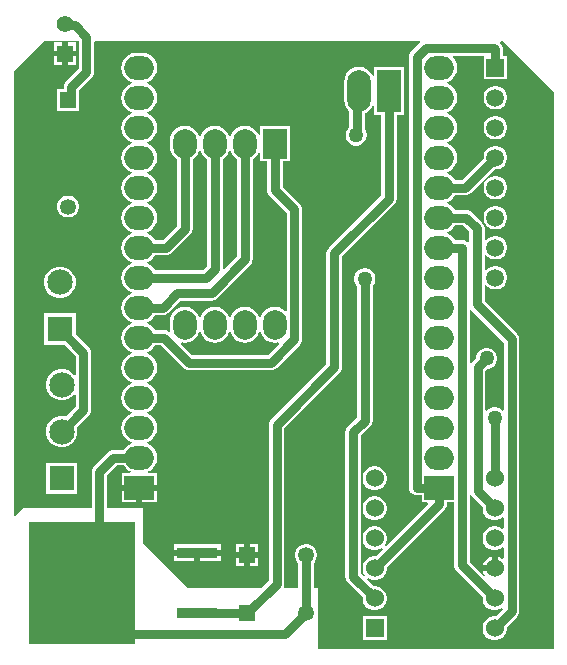
<source format=gbr>
G04*
G04 #@! TF.GenerationSoftware,Altium Limited,Altium Designer,25.0.2 (28)*
G04*
G04 Layer_Physical_Order=1*
G04 Layer_Color=255*
%FSLAX44Y44*%
%MOMM*%
G71*
G04*
G04 #@! TF.SameCoordinates,4711C13A-52D9-45D7-B3A0-D515BE669C82*
G04*
G04*
G04 #@! TF.FilePolarity,Positive*
G04*
G01*
G75*
%ADD14O,2.0000X3.5400*%
%ADD15R,2.0000X3.5400*%
%ADD16R,9.0000X10.3500*%
%ADD17R,3.5000X0.9500*%
%ADD38C,0.8000*%
%ADD39O,2.5000X2.0000*%
%ADD40R,2.5000X2.0000*%
%ADD41C,2.1500*%
%ADD42R,2.1500X2.1500*%
%ADD43C,1.5240*%
%ADD44R,1.5240X1.5240*%
%ADD45O,2.0000X2.5000*%
%ADD46R,2.0000X2.5000*%
%ADD47R,1.3500X1.3500*%
%ADD48C,1.3500*%
%ADD49C,1.5000*%
%ADD50R,1.5000X1.5000*%
%ADD51C,1.4000*%
%ADD52R,1.4000X1.4000*%
%ADD53R,1.3500X1.3500*%
%ADD54C,1.2700*%
G36*
X1183648Y1191924D02*
Y1183275D01*
X1182378Y1182844D01*
X1182208Y1183064D01*
X1180842Y1184113D01*
X1179251Y1184772D01*
X1177544Y1184996D01*
X1171745D01*
X1169944Y1187344D01*
X1167324Y1189354D01*
X1164768Y1190413D01*
Y1191787D01*
X1167324Y1192846D01*
X1169944Y1194856D01*
X1171745Y1197204D01*
X1178368D01*
X1183648Y1191924D01*
D02*
G37*
G36*
X982896Y1257676D02*
X984906Y1255056D01*
X987254Y1253255D01*
Y1171132D01*
X976317Y1160195D01*
X975047Y1160721D01*
Y1253255D01*
X977394Y1255056D01*
X979404Y1257676D01*
X980463Y1260232D01*
X981837D01*
X982896Y1257676D01*
D02*
G37*
G36*
X957496D02*
X959507Y1255056D01*
X961854Y1253255D01*
Y1162793D01*
X958658Y1159596D01*
X917745D01*
X915944Y1161944D01*
X913324Y1163954D01*
X910768Y1165013D01*
Y1166387D01*
X913324Y1167446D01*
X915944Y1169456D01*
X917745Y1171804D01*
X927100D01*
X928807Y1172028D01*
X930398Y1172687D01*
X931764Y1173736D01*
X947715Y1189686D01*
X948763Y1191052D01*
X949422Y1192643D01*
X949647Y1194350D01*
Y1253255D01*
X951994Y1255056D01*
X954004Y1257676D01*
X955063Y1260232D01*
X956438D01*
X957496Y1257676D01*
D02*
G37*
G36*
X1006710Y1258959D02*
Y1251460D01*
X1012654D01*
Y1227380D01*
X1012878Y1225673D01*
X1013538Y1224082D01*
X1014586Y1222715D01*
X1029216Y1208086D01*
Y1125121D01*
X1027946Y1124734D01*
X1025574Y1126554D01*
X1022524Y1127817D01*
X1019250Y1128248D01*
X1015977Y1127817D01*
X1012926Y1126554D01*
X1010306Y1124544D01*
X1008297Y1121924D01*
X1007237Y1119368D01*
X1005863D01*
X1004804Y1121924D01*
X1002794Y1124544D01*
X1000174Y1126554D01*
X997124Y1127817D01*
X993850Y1128248D01*
X990577Y1127817D01*
X987526Y1126554D01*
X984906Y1124544D01*
X982896Y1121924D01*
X981837Y1119368D01*
X980463D01*
X979404Y1121924D01*
X977394Y1124544D01*
X974774Y1126554D01*
X971724Y1127817D01*
X968450Y1128248D01*
X965177Y1127817D01*
X962126Y1126554D01*
X959507Y1124544D01*
X957496Y1121924D01*
X956438Y1119368D01*
X955063D01*
X954004Y1121924D01*
X951994Y1124544D01*
X949374Y1126554D01*
X946324Y1127817D01*
X943050Y1128248D01*
X939777Y1127817D01*
X936726Y1126554D01*
X934107Y1124544D01*
X932096Y1121924D01*
X930833Y1118874D01*
X930402Y1115600D01*
Y1110600D01*
X930775Y1107769D01*
X930545Y1107533D01*
X929628Y1107067D01*
X928526Y1107913D01*
X926935Y1108572D01*
X925228Y1108796D01*
X917745D01*
X915944Y1111144D01*
X913324Y1113154D01*
X910768Y1114213D01*
Y1115587D01*
X913324Y1116646D01*
X915944Y1118656D01*
X917745Y1121003D01*
X924146D01*
X925853Y1121228D01*
X927444Y1121887D01*
X928810Y1122936D01*
X939484Y1133610D01*
X965656D01*
X967364Y1133834D01*
X968954Y1134493D01*
X970321Y1135542D01*
X998515Y1163736D01*
X999563Y1165102D01*
X1000222Y1166693D01*
X1000447Y1168400D01*
Y1253255D01*
X1002794Y1255056D01*
X1004804Y1257676D01*
X1005440Y1259212D01*
X1006710Y1258959D01*
D02*
G37*
G36*
X957496Y1104276D02*
X959507Y1101656D01*
X962126Y1099647D01*
X965177Y1098383D01*
X968450Y1097952D01*
X971724Y1098383D01*
X974774Y1099647D01*
X977394Y1101656D01*
X979404Y1104276D01*
X980463Y1106833D01*
X981837D01*
X982896Y1104276D01*
X984906Y1101656D01*
X987526Y1099647D01*
X990577Y1098383D01*
X993850Y1097952D01*
X997124Y1098383D01*
X1000174Y1099647D01*
X1002794Y1101656D01*
X1004804Y1104276D01*
X1005863Y1106833D01*
X1007237D01*
X1008297Y1104276D01*
X1010306Y1101656D01*
X1012926Y1099647D01*
X1015977Y1098383D01*
X1019250Y1097952D01*
X1022190Y1098339D01*
X1022882Y1097235D01*
X1013268Y1087620D01*
X949136D01*
X939636Y1097120D01*
X940229Y1098323D01*
X943050Y1097952D01*
X946324Y1098383D01*
X949374Y1099647D01*
X951994Y1101656D01*
X954004Y1104276D01*
X955063Y1106833D01*
X956438D01*
X957496Y1104276D01*
D02*
G37*
G36*
X1185580Y1125636D02*
X1213112Y1098104D01*
Y1041029D01*
X1211842Y1040503D01*
X1210808Y1041536D01*
X1208781Y1042706D01*
X1206520Y1043312D01*
X1204180D01*
X1201918Y1042706D01*
X1199891Y1041536D01*
X1198872Y1040517D01*
X1197602Y1041043D01*
Y1074228D01*
X1199065Y1075690D01*
X1199796D01*
X1202057Y1076296D01*
X1204085Y1077466D01*
X1205740Y1079121D01*
X1206910Y1081149D01*
X1207516Y1083410D01*
Y1085750D01*
X1206910Y1088011D01*
X1205740Y1090039D01*
X1204085Y1091694D01*
X1202057Y1092864D01*
X1199796Y1093470D01*
X1197456D01*
X1195195Y1092864D01*
X1193167Y1091694D01*
X1191512Y1090039D01*
X1190342Y1088011D01*
X1189736Y1085750D01*
Y1085019D01*
X1186342Y1081624D01*
X1185410Y1080411D01*
X1184870Y1080444D01*
X1184140Y1080765D01*
Y1125425D01*
X1185410Y1125856D01*
X1185580Y1125636D01*
D02*
G37*
G36*
X1186342Y967530D02*
X1195190Y958681D01*
Y956512D01*
X1195882Y953928D01*
X1197220Y951612D01*
X1199111Y949720D01*
X1201428Y948382D01*
X1204012Y947690D01*
X1206687D01*
X1209271Y948382D01*
X1211588Y949720D01*
X1211938Y950070D01*
X1213112Y949584D01*
Y940716D01*
X1211938Y940230D01*
X1211588Y940580D01*
X1209271Y941918D01*
X1206687Y942610D01*
X1204012D01*
X1201428Y941918D01*
X1199111Y940580D01*
X1197220Y938688D01*
X1195882Y936372D01*
X1195190Y933788D01*
Y931112D01*
X1195882Y928528D01*
X1197220Y926212D01*
X1199111Y924320D01*
X1201428Y922982D01*
X1204012Y922290D01*
X1206687D01*
X1209271Y922982D01*
X1211588Y924320D01*
X1211938Y924670D01*
X1213112Y924184D01*
Y915316D01*
X1211938Y914830D01*
X1211588Y915180D01*
X1209271Y916518D01*
X1207850Y916898D01*
Y907050D01*
X1205350D01*
Y904550D01*
X1195501D01*
X1195882Y903128D01*
X1197092Y901033D01*
X1196076Y900253D01*
X1184140Y912188D01*
Y968390D01*
X1184870Y968710D01*
X1185410Y968743D01*
X1186342Y967530D01*
D02*
G37*
G36*
X853154Y1353693D02*
Y1329982D01*
X842336Y1319165D01*
X841288Y1317798D01*
X840629Y1316207D01*
X840404Y1314500D01*
Y1312540D01*
X834960D01*
Y1293960D01*
X853540D01*
Y1304860D01*
X853597Y1305289D01*
Y1311768D01*
X864414Y1322586D01*
X865463Y1323952D01*
X866122Y1325543D01*
X866346Y1327250D01*
Y1352769D01*
X867245Y1353666D01*
X1141754Y1353137D01*
X1142131Y1351866D01*
X1134780Y1344514D01*
X1133731Y1343148D01*
X1133072Y1341557D01*
X1132848Y1339850D01*
Y975200D01*
X1133072Y973493D01*
X1133731Y971902D01*
X1134780Y970536D01*
X1136146Y969487D01*
X1137737Y968828D01*
X1139444Y968604D01*
X1143460D01*
Y962660D01*
X1148372D01*
X1148857Y961487D01*
X1113024Y925653D01*
X1112008Y926433D01*
X1113218Y928528D01*
X1113910Y931112D01*
Y933788D01*
X1113218Y936372D01*
X1111880Y938688D01*
X1109988Y940580D01*
X1107672Y941918D01*
X1105088Y942610D01*
X1102412D01*
X1099828Y941918D01*
X1097512Y940580D01*
X1095620Y938688D01*
X1094282Y936372D01*
X1093590Y933788D01*
Y931112D01*
X1094282Y928528D01*
X1095620Y926212D01*
X1097512Y924320D01*
X1099828Y922982D01*
X1102412Y922290D01*
X1105088D01*
X1107672Y922982D01*
X1109767Y924192D01*
X1110547Y923176D01*
X1104581Y917210D01*
X1102412D01*
X1099828Y916518D01*
X1097512Y915180D01*
X1095620Y913288D01*
X1094282Y910972D01*
X1093590Y908388D01*
Y905712D01*
X1094282Y903128D01*
X1095492Y901033D01*
X1094476Y900253D01*
X1092156Y902572D01*
Y1019325D01*
X1100164Y1027333D01*
X1101213Y1028699D01*
X1101872Y1030290D01*
X1102096Y1031997D01*
Y1146024D01*
X1102614Y1146541D01*
X1103784Y1148569D01*
X1104390Y1150830D01*
Y1153170D01*
X1103784Y1155431D01*
X1102614Y1157459D01*
X1100959Y1159114D01*
X1098931Y1160284D01*
X1096670Y1160890D01*
X1094330D01*
X1092069Y1160284D01*
X1090041Y1159114D01*
X1088386Y1157459D01*
X1087216Y1155431D01*
X1086610Y1153170D01*
Y1150830D01*
X1087216Y1148569D01*
X1088386Y1146541D01*
X1088904Y1146024D01*
Y1034730D01*
X1080896Y1026721D01*
X1079847Y1025355D01*
X1079188Y1023764D01*
X1078963Y1022057D01*
Y899840D01*
X1079188Y898133D01*
X1079847Y896542D01*
X1080896Y895176D01*
X1093590Y882481D01*
Y880312D01*
X1094282Y877728D01*
X1095620Y875412D01*
X1097512Y873520D01*
X1099828Y872182D01*
X1102412Y871490D01*
X1105088D01*
X1107672Y872182D01*
X1109988Y873520D01*
X1111880Y875412D01*
X1113218Y877728D01*
X1113910Y880312D01*
Y882988D01*
X1113218Y885572D01*
X1111880Y887888D01*
X1109988Y889780D01*
X1107672Y891118D01*
X1105088Y891810D01*
X1102919D01*
X1096953Y897776D01*
X1097733Y898792D01*
X1099828Y897582D01*
X1102412Y896890D01*
X1105088D01*
X1107672Y897582D01*
X1109988Y898920D01*
X1111880Y900812D01*
X1113218Y903128D01*
X1113910Y905712D01*
Y907881D01*
X1163165Y957136D01*
X1164213Y958502D01*
X1164872Y960093D01*
X1165097Y961801D01*
Y962660D01*
X1170948D01*
Y909456D01*
X1171172Y907749D01*
X1171831Y906158D01*
X1172880Y904792D01*
X1195190Y882481D01*
Y880312D01*
X1195882Y877728D01*
X1197220Y875412D01*
X1199111Y873520D01*
X1201428Y872182D01*
X1204012Y871490D01*
X1206687D01*
X1209271Y872182D01*
X1211367Y873392D01*
X1212147Y872376D01*
X1206181Y866410D01*
X1204012D01*
X1201428Y865718D01*
X1199111Y864380D01*
X1197220Y862488D01*
X1195882Y860172D01*
X1195190Y857588D01*
Y854912D01*
X1195882Y852328D01*
X1197220Y850012D01*
X1199111Y848120D01*
X1201428Y846782D01*
X1204012Y846090D01*
X1206687D01*
X1209271Y846782D01*
X1211588Y848120D01*
X1213480Y850012D01*
X1214818Y852328D01*
X1215510Y854912D01*
Y857082D01*
X1224372Y865944D01*
X1225421Y867310D01*
X1226080Y868901D01*
X1226304Y870608D01*
Y1100836D01*
X1226080Y1102543D01*
X1225421Y1104134D01*
X1224372Y1105500D01*
X1196840Y1133032D01*
Y1146537D01*
X1198110Y1146741D01*
X1199835Y1145016D01*
X1202125Y1143694D01*
X1204678Y1143010D01*
X1207322D01*
X1209875Y1143694D01*
X1212165Y1145016D01*
X1214034Y1146885D01*
X1215356Y1149174D01*
X1216040Y1151728D01*
Y1154372D01*
X1215356Y1156925D01*
X1214034Y1159214D01*
X1212165Y1161084D01*
X1209875Y1162405D01*
X1207322Y1163090D01*
X1204678D01*
X1202125Y1162405D01*
X1199835Y1161084D01*
X1198110Y1159359D01*
X1196840Y1159563D01*
Y1171937D01*
X1198110Y1172141D01*
X1199835Y1170416D01*
X1202125Y1169094D01*
X1204678Y1168410D01*
X1207322D01*
X1209875Y1169094D01*
X1212165Y1170416D01*
X1214034Y1172285D01*
X1215356Y1174575D01*
X1216040Y1177128D01*
Y1179772D01*
X1215356Y1182325D01*
X1214034Y1184614D01*
X1212165Y1186484D01*
X1209875Y1187805D01*
X1207322Y1188490D01*
X1204678D01*
X1202125Y1187805D01*
X1199835Y1186484D01*
X1198110Y1184759D01*
X1196840Y1184963D01*
Y1194656D01*
X1196616Y1196363D01*
X1195957Y1197954D01*
X1194908Y1199320D01*
X1185764Y1208464D01*
X1184398Y1209513D01*
X1182807Y1210172D01*
X1181100Y1210396D01*
X1171745D01*
X1169944Y1212744D01*
X1167324Y1214754D01*
X1164768Y1215813D01*
Y1217187D01*
X1167324Y1218246D01*
X1169944Y1220256D01*
X1171745Y1222604D01*
X1180550D01*
X1182258Y1222828D01*
X1183849Y1223487D01*
X1185215Y1224536D01*
X1205289Y1244610D01*
X1207322D01*
X1209875Y1245294D01*
X1212165Y1246616D01*
X1214034Y1248485D01*
X1215356Y1250775D01*
X1216040Y1253328D01*
Y1255972D01*
X1215356Y1258525D01*
X1214034Y1260815D01*
X1212165Y1262684D01*
X1209875Y1264006D01*
X1207322Y1264690D01*
X1204678D01*
X1202125Y1264006D01*
X1199835Y1262684D01*
X1197966Y1260815D01*
X1196644Y1258525D01*
X1195960Y1255972D01*
Y1253939D01*
X1177818Y1235796D01*
X1171745D01*
X1169944Y1238144D01*
X1167324Y1240154D01*
X1164768Y1241213D01*
Y1242587D01*
X1167324Y1243646D01*
X1169944Y1245656D01*
X1171954Y1248276D01*
X1173217Y1251326D01*
X1173648Y1254600D01*
X1173217Y1257874D01*
X1171954Y1260924D01*
X1169944Y1263544D01*
X1167324Y1265554D01*
X1164768Y1266613D01*
Y1267987D01*
X1167324Y1269046D01*
X1169944Y1271056D01*
X1171954Y1273676D01*
X1173217Y1276726D01*
X1173648Y1280000D01*
X1173217Y1283274D01*
X1171954Y1286324D01*
X1169944Y1288944D01*
X1167324Y1290954D01*
X1164768Y1292013D01*
Y1293387D01*
X1167324Y1294446D01*
X1169944Y1296456D01*
X1171954Y1299076D01*
X1173217Y1302126D01*
X1173648Y1305400D01*
X1173217Y1308674D01*
X1171954Y1311724D01*
X1169944Y1314344D01*
X1167324Y1316354D01*
X1164768Y1317413D01*
Y1318787D01*
X1167324Y1319846D01*
X1169944Y1321856D01*
X1171954Y1324476D01*
X1173217Y1327526D01*
X1173648Y1330800D01*
X1173217Y1334074D01*
X1171954Y1337124D01*
X1170051Y1339604D01*
X1170333Y1340874D01*
X1195960D01*
Y1320810D01*
X1216040D01*
Y1340890D01*
X1212597D01*
Y1346200D01*
X1212372Y1347907D01*
X1211713Y1349498D01*
X1210665Y1350864D01*
X1209793Y1351736D01*
X1210320Y1353005D01*
X1212750Y1353000D01*
X1255500Y1310250D01*
Y838500D01*
X1056000D01*
Y890000D01*
X1052346D01*
Y911709D01*
X1053184Y912546D01*
X1054407Y914664D01*
X1055040Y917027D01*
Y919473D01*
X1054407Y921836D01*
X1053184Y923954D01*
X1051454Y925684D01*
X1049336Y926907D01*
X1046973Y927540D01*
X1044527D01*
X1042164Y926907D01*
X1040046Y925684D01*
X1038316Y923954D01*
X1037093Y921836D01*
X1036460Y919473D01*
Y917027D01*
X1037093Y914664D01*
X1038316Y912546D01*
X1039154Y911709D01*
Y890000D01*
X1027420D01*
X1026743Y891270D01*
X1027198Y892369D01*
X1027422Y894076D01*
Y1025714D01*
X1074068Y1072360D01*
X1075117Y1073726D01*
X1075776Y1075317D01*
X1076000Y1077024D01*
Y1170748D01*
X1120514Y1215262D01*
X1121563Y1216628D01*
X1122222Y1218219D01*
X1122446Y1219926D01*
Y1291060D01*
X1128390D01*
Y1331540D01*
X1103310D01*
Y1324040D01*
X1102040Y1323788D01*
X1101404Y1325324D01*
X1099394Y1327944D01*
X1096774Y1329954D01*
X1093724Y1331217D01*
X1090450Y1331648D01*
X1087176Y1331217D01*
X1084126Y1329954D01*
X1081506Y1327944D01*
X1079496Y1325324D01*
X1078233Y1322274D01*
X1077802Y1319000D01*
Y1303600D01*
X1078233Y1300326D01*
X1079496Y1297276D01*
X1081506Y1294656D01*
X1082303Y1294045D01*
Y1280625D01*
X1080886Y1279209D01*
X1079716Y1277181D01*
X1079110Y1274920D01*
Y1272580D01*
X1079716Y1270319D01*
X1080886Y1268291D01*
X1082541Y1266636D01*
X1084569Y1265466D01*
X1086830Y1264860D01*
X1089170D01*
X1091431Y1265466D01*
X1093459Y1266636D01*
X1095114Y1268291D01*
X1096284Y1270319D01*
X1096890Y1272580D01*
Y1274920D01*
X1096284Y1277181D01*
X1095496Y1278547D01*
Y1292117D01*
X1096774Y1292646D01*
X1099394Y1294656D01*
X1101404Y1297276D01*
X1102040Y1298812D01*
X1103310Y1298559D01*
Y1291060D01*
X1109253D01*
Y1222658D01*
X1064740Y1178144D01*
X1063691Y1176778D01*
X1063032Y1175187D01*
X1062808Y1173480D01*
Y1079756D01*
X1016162Y1033110D01*
X1015113Y1031744D01*
X1014454Y1030153D01*
X1014230Y1028446D01*
Y896808D01*
X1007421Y890000D01*
X945250D01*
X907250Y928000D01*
Y958000D01*
X877346D01*
Y986018D01*
X885332Y994004D01*
X891255D01*
X893056Y991656D01*
X895676Y989646D01*
X897212Y989010D01*
X896960Y987740D01*
X889460D01*
Y977700D01*
X919540D01*
Y987740D01*
X912041D01*
X911788Y989010D01*
X913324Y989646D01*
X915944Y991656D01*
X917954Y994276D01*
X919217Y997326D01*
X919648Y1000600D01*
X919217Y1003874D01*
X917954Y1006924D01*
X915944Y1009544D01*
X913324Y1011554D01*
X910768Y1012613D01*
Y1013987D01*
X913324Y1015046D01*
X915944Y1017056D01*
X917954Y1019676D01*
X919217Y1022726D01*
X919648Y1026000D01*
X919217Y1029274D01*
X917954Y1032324D01*
X915944Y1034944D01*
X913324Y1036954D01*
X910768Y1038013D01*
Y1039387D01*
X913324Y1040446D01*
X915944Y1042456D01*
X917954Y1045076D01*
X919217Y1048126D01*
X919648Y1051400D01*
X919217Y1054674D01*
X917954Y1057724D01*
X915944Y1060344D01*
X913324Y1062354D01*
X910768Y1063413D01*
Y1064787D01*
X913324Y1065846D01*
X915944Y1067856D01*
X917954Y1070476D01*
X919217Y1073526D01*
X919648Y1076800D01*
X919217Y1080074D01*
X917954Y1083124D01*
X915944Y1085744D01*
X913324Y1087754D01*
X910768Y1088813D01*
Y1090187D01*
X913324Y1091246D01*
X915944Y1093256D01*
X917745Y1095603D01*
X922496D01*
X941740Y1076360D01*
X943106Y1075311D01*
X944697Y1074652D01*
X946404Y1074428D01*
X1016000D01*
X1017707Y1074652D01*
X1019298Y1075311D01*
X1020664Y1076360D01*
X1040476Y1096172D01*
X1041525Y1097538D01*
X1042184Y1099129D01*
X1042408Y1100836D01*
Y1210818D01*
X1042184Y1212525D01*
X1041525Y1214116D01*
X1040476Y1215482D01*
X1025847Y1230112D01*
Y1251460D01*
X1031790D01*
Y1281540D01*
X1006710D01*
Y1274040D01*
X1005440Y1273788D01*
X1004804Y1275324D01*
X1002794Y1277943D01*
X1000174Y1279954D01*
X997124Y1281217D01*
X993850Y1281648D01*
X990577Y1281217D01*
X987526Y1279954D01*
X984906Y1277943D01*
X982896Y1275324D01*
X981837Y1272767D01*
X980463D01*
X979404Y1275324D01*
X977394Y1277943D01*
X974774Y1279954D01*
X971724Y1281217D01*
X968450Y1281648D01*
X965177Y1281217D01*
X962126Y1279954D01*
X959507Y1277943D01*
X957496Y1275324D01*
X956438Y1272767D01*
X955063D01*
X954004Y1275324D01*
X951994Y1277943D01*
X949374Y1279954D01*
X946324Y1281217D01*
X943050Y1281648D01*
X939777Y1281217D01*
X936726Y1279954D01*
X934107Y1277943D01*
X932096Y1275324D01*
X930833Y1272273D01*
X930402Y1269000D01*
Y1264000D01*
X930833Y1260726D01*
X932096Y1257676D01*
X934107Y1255056D01*
X936454Y1253255D01*
Y1197083D01*
X924368Y1184996D01*
X917745D01*
X915944Y1187344D01*
X913324Y1189354D01*
X910768Y1190413D01*
Y1191787D01*
X913324Y1192846D01*
X915944Y1194856D01*
X917954Y1197476D01*
X919217Y1200526D01*
X919648Y1203800D01*
X919217Y1207074D01*
X917954Y1210124D01*
X915944Y1212744D01*
X913324Y1214754D01*
X910768Y1215813D01*
Y1217187D01*
X913324Y1218246D01*
X915944Y1220256D01*
X917954Y1222876D01*
X919217Y1225926D01*
X919648Y1229200D01*
X919217Y1232474D01*
X917954Y1235524D01*
X915944Y1238144D01*
X913324Y1240154D01*
X910768Y1241213D01*
Y1242587D01*
X913324Y1243646D01*
X915944Y1245656D01*
X917954Y1248276D01*
X919217Y1251326D01*
X919648Y1254600D01*
X919217Y1257874D01*
X917954Y1260924D01*
X915944Y1263544D01*
X913324Y1265554D01*
X910768Y1266613D01*
Y1267987D01*
X913324Y1269046D01*
X915944Y1271056D01*
X917954Y1273676D01*
X919217Y1276726D01*
X919648Y1280000D01*
X919217Y1283274D01*
X917954Y1286324D01*
X915944Y1288944D01*
X913324Y1290954D01*
X910768Y1292013D01*
Y1293387D01*
X913324Y1294446D01*
X915944Y1296456D01*
X917954Y1299076D01*
X919217Y1302126D01*
X919648Y1305400D01*
X919217Y1308674D01*
X917954Y1311724D01*
X915944Y1314344D01*
X913324Y1316354D01*
X910768Y1317413D01*
Y1318787D01*
X913324Y1319846D01*
X915944Y1321856D01*
X917954Y1324476D01*
X919217Y1327526D01*
X919648Y1330800D01*
X919217Y1334074D01*
X917954Y1337124D01*
X915944Y1339744D01*
X913324Y1341754D01*
X910274Y1343017D01*
X907000Y1343448D01*
X902000D01*
X898727Y1343017D01*
X895676Y1341754D01*
X893056Y1339744D01*
X891046Y1337124D01*
X889783Y1334074D01*
X889352Y1330800D01*
X889783Y1327526D01*
X891046Y1324476D01*
X893056Y1321856D01*
X895676Y1319846D01*
X898233Y1318787D01*
Y1317413D01*
X895676Y1316354D01*
X893056Y1314344D01*
X891046Y1311724D01*
X889783Y1308674D01*
X889352Y1305400D01*
X889783Y1302126D01*
X891046Y1299076D01*
X893056Y1296456D01*
X895676Y1294446D01*
X898233Y1293387D01*
Y1292013D01*
X895676Y1290954D01*
X893056Y1288944D01*
X891046Y1286324D01*
X889783Y1283274D01*
X889352Y1280000D01*
X889783Y1276726D01*
X891046Y1273676D01*
X893056Y1271056D01*
X895676Y1269046D01*
X898233Y1267987D01*
Y1266613D01*
X895676Y1265554D01*
X893056Y1263544D01*
X891046Y1260924D01*
X889783Y1257874D01*
X889352Y1254600D01*
X889783Y1251326D01*
X891046Y1248276D01*
X893056Y1245656D01*
X895676Y1243646D01*
X898233Y1242587D01*
Y1241213D01*
X895676Y1240154D01*
X893056Y1238144D01*
X891046Y1235524D01*
X889783Y1232474D01*
X889352Y1229200D01*
X889783Y1225926D01*
X891046Y1222876D01*
X893056Y1220256D01*
X895676Y1218246D01*
X898233Y1217187D01*
Y1215813D01*
X895676Y1214754D01*
X893056Y1212744D01*
X891046Y1210124D01*
X889783Y1207074D01*
X889352Y1203800D01*
X889783Y1200526D01*
X891046Y1197476D01*
X893056Y1194856D01*
X895676Y1192846D01*
X898233Y1191787D01*
Y1190413D01*
X895676Y1189354D01*
X893056Y1187344D01*
X891046Y1184724D01*
X889783Y1181674D01*
X889352Y1178400D01*
X889783Y1175126D01*
X891046Y1172076D01*
X893056Y1169456D01*
X895676Y1167446D01*
X898233Y1166387D01*
Y1165013D01*
X895676Y1163954D01*
X893056Y1161944D01*
X891046Y1159324D01*
X889783Y1156274D01*
X889352Y1153000D01*
X889783Y1149726D01*
X891046Y1146676D01*
X893056Y1144056D01*
X895676Y1142046D01*
X898233Y1140987D01*
Y1139613D01*
X895676Y1138554D01*
X893056Y1136544D01*
X891046Y1133924D01*
X889783Y1130874D01*
X889352Y1127600D01*
X889783Y1124326D01*
X891046Y1121276D01*
X893056Y1118656D01*
X895676Y1116646D01*
X898233Y1115587D01*
Y1114213D01*
X895676Y1113154D01*
X893056Y1111144D01*
X891046Y1108524D01*
X889783Y1105474D01*
X889352Y1102200D01*
X889783Y1098926D01*
X891046Y1095876D01*
X893056Y1093256D01*
X895676Y1091246D01*
X898233Y1090187D01*
Y1088813D01*
X895676Y1087754D01*
X893056Y1085744D01*
X891046Y1083124D01*
X889783Y1080074D01*
X889352Y1076800D01*
X889783Y1073526D01*
X891046Y1070476D01*
X893056Y1067856D01*
X895676Y1065846D01*
X898233Y1064787D01*
Y1063413D01*
X895676Y1062354D01*
X893056Y1060344D01*
X891046Y1057724D01*
X889783Y1054674D01*
X889352Y1051400D01*
X889783Y1048126D01*
X891046Y1045076D01*
X893056Y1042456D01*
X895676Y1040446D01*
X898233Y1039387D01*
Y1038013D01*
X895676Y1036954D01*
X893056Y1034944D01*
X891046Y1032324D01*
X889783Y1029274D01*
X889352Y1026000D01*
X889783Y1022726D01*
X891046Y1019676D01*
X893056Y1017056D01*
X895676Y1015046D01*
X898233Y1013987D01*
Y1012613D01*
X895676Y1011554D01*
X893056Y1009544D01*
X891255Y1007196D01*
X882600D01*
X880893Y1006972D01*
X879302Y1006313D01*
X877936Y1005264D01*
X866086Y993414D01*
X865037Y992048D01*
X864378Y990457D01*
X864154Y988750D01*
Y958000D01*
X806250D01*
X799427Y951177D01*
X798253Y951662D01*
X798000Y1328000D01*
X823750Y1353750D01*
X853154Y1353693D01*
D02*
G37*
%LPC*%
G36*
X1202850Y916898D02*
X1201428Y916518D01*
X1199111Y915180D01*
X1197220Y913288D01*
X1195882Y910972D01*
X1195501Y909550D01*
X1202850D01*
Y916898D01*
D02*
G37*
G36*
X851290Y1352340D02*
X844250D01*
Y1345300D01*
X851290D01*
Y1352340D01*
D02*
G37*
G36*
X839250D02*
X832210D01*
Y1345300D01*
X839250D01*
Y1352340D01*
D02*
G37*
G36*
X851290Y1340300D02*
X844250D01*
Y1333260D01*
X851290D01*
Y1340300D01*
D02*
G37*
G36*
X839250D02*
X832210D01*
Y1333260D01*
X839250D01*
Y1340300D01*
D02*
G37*
G36*
X1207322Y1315490D02*
X1204678D01*
X1202125Y1314805D01*
X1199835Y1313484D01*
X1197966Y1311615D01*
X1196644Y1309325D01*
X1195960Y1306772D01*
Y1304128D01*
X1196644Y1301575D01*
X1197966Y1299285D01*
X1199835Y1297416D01*
X1202125Y1296094D01*
X1204678Y1295410D01*
X1207322D01*
X1209875Y1296094D01*
X1212165Y1297416D01*
X1214034Y1299285D01*
X1215356Y1301575D01*
X1216040Y1304128D01*
Y1306772D01*
X1215356Y1309325D01*
X1214034Y1311615D01*
X1212165Y1313484D01*
X1209875Y1314805D01*
X1207322Y1315490D01*
D02*
G37*
G36*
Y1290090D02*
X1204678D01*
X1202125Y1289406D01*
X1199835Y1288084D01*
X1197966Y1286214D01*
X1196644Y1283925D01*
X1195960Y1281372D01*
Y1278728D01*
X1196644Y1276174D01*
X1197966Y1273885D01*
X1199835Y1272016D01*
X1202125Y1270694D01*
X1204678Y1270010D01*
X1207322D01*
X1209875Y1270694D01*
X1212165Y1272016D01*
X1214034Y1273885D01*
X1215356Y1276174D01*
X1216040Y1278728D01*
Y1281372D01*
X1215356Y1283925D01*
X1214034Y1286214D01*
X1212165Y1288084D01*
X1209875Y1289406D01*
X1207322Y1290090D01*
D02*
G37*
G36*
Y1239290D02*
X1204678D01*
X1202125Y1238605D01*
X1199835Y1237284D01*
X1197966Y1235415D01*
X1196644Y1233125D01*
X1195960Y1230572D01*
Y1227928D01*
X1196644Y1225375D01*
X1197966Y1223085D01*
X1199835Y1221216D01*
X1202125Y1219894D01*
X1204678Y1219210D01*
X1207322D01*
X1209875Y1219894D01*
X1212165Y1221216D01*
X1214034Y1223085D01*
X1215356Y1225375D01*
X1216040Y1227928D01*
Y1230572D01*
X1215356Y1233125D01*
X1214034Y1235415D01*
X1212165Y1237284D01*
X1209875Y1238605D01*
X1207322Y1239290D01*
D02*
G37*
G36*
X845473Y1222540D02*
X843027D01*
X840664Y1221907D01*
X838546Y1220684D01*
X836816Y1218954D01*
X835593Y1216836D01*
X834960Y1214473D01*
Y1212027D01*
X835593Y1209664D01*
X836816Y1207546D01*
X838546Y1205816D01*
X840664Y1204593D01*
X843027Y1203960D01*
X845473D01*
X847836Y1204593D01*
X849954Y1205816D01*
X851684Y1207546D01*
X852907Y1209664D01*
X853540Y1212027D01*
Y1214473D01*
X852907Y1216836D01*
X851684Y1218954D01*
X849954Y1220684D01*
X847836Y1221907D01*
X845473Y1222540D01*
D02*
G37*
G36*
X1207322Y1213890D02*
X1204678D01*
X1202125Y1213205D01*
X1199835Y1211884D01*
X1197966Y1210014D01*
X1196644Y1207725D01*
X1195960Y1205172D01*
Y1202528D01*
X1196644Y1199975D01*
X1197966Y1197685D01*
X1199835Y1195816D01*
X1202125Y1194494D01*
X1204678Y1193810D01*
X1207322D01*
X1209875Y1194494D01*
X1212165Y1195816D01*
X1214034Y1197685D01*
X1215356Y1199975D01*
X1216040Y1202528D01*
Y1205172D01*
X1215356Y1207725D01*
X1214034Y1210014D01*
X1212165Y1211884D01*
X1209875Y1213205D01*
X1207322Y1213890D01*
D02*
G37*
G36*
X839000Y1162290D02*
X835500D01*
X832120Y1161384D01*
X829090Y1159635D01*
X826615Y1157160D01*
X824866Y1154130D01*
X823960Y1150750D01*
Y1147250D01*
X824866Y1143870D01*
X826615Y1140840D01*
X829090Y1138365D01*
X832120Y1136616D01*
X835500Y1135710D01*
X839000D01*
X842380Y1136616D01*
X845410Y1138365D01*
X847885Y1140840D01*
X849634Y1143870D01*
X850540Y1147250D01*
Y1150750D01*
X849634Y1154130D01*
X847885Y1157160D01*
X845410Y1159635D01*
X842380Y1161384D01*
X839000Y1162290D01*
D02*
G37*
G36*
X850540Y1122690D02*
X823960D01*
Y1096110D01*
X841211D01*
X850654Y1086668D01*
Y1070766D01*
X849705Y1070512D01*
X849384Y1070511D01*
X846910Y1072985D01*
X843880Y1074734D01*
X840500Y1075640D01*
X837001D01*
X833620Y1074734D01*
X830590Y1072985D01*
X828115Y1070510D01*
X826366Y1067480D01*
X825460Y1064100D01*
Y1060600D01*
X826366Y1057220D01*
X828115Y1054190D01*
X830590Y1051715D01*
X833620Y1049966D01*
X837001Y1049060D01*
X840500D01*
X843880Y1049966D01*
X846910Y1051715D01*
X849384Y1054188D01*
X849705Y1054188D01*
X850654Y1053934D01*
Y1043982D01*
X842244Y1035572D01*
X840500Y1036040D01*
X837001D01*
X833620Y1035134D01*
X830590Y1033384D01*
X828115Y1030910D01*
X826366Y1027880D01*
X825460Y1024499D01*
Y1021000D01*
X826366Y1017620D01*
X828115Y1014589D01*
X830590Y1012115D01*
X833620Y1010366D01*
X837001Y1009460D01*
X840500D01*
X843880Y1010366D01*
X846910Y1012115D01*
X849385Y1014589D01*
X851134Y1017620D01*
X852040Y1021000D01*
Y1024499D01*
X851573Y1026244D01*
X861914Y1036585D01*
X862963Y1037951D01*
X863622Y1039542D01*
X863846Y1041250D01*
Y1089400D01*
X863622Y1091107D01*
X862963Y1092698D01*
X861914Y1094064D01*
X850540Y1105439D01*
Y1122690D01*
D02*
G37*
G36*
X1105088Y993410D02*
X1102412D01*
X1099828Y992718D01*
X1097512Y991380D01*
X1095620Y989488D01*
X1094282Y987172D01*
X1093590Y984588D01*
Y981912D01*
X1094282Y979328D01*
X1095620Y977012D01*
X1097512Y975120D01*
X1099828Y973782D01*
X1102412Y973090D01*
X1105088D01*
X1107672Y973782D01*
X1109988Y975120D01*
X1111880Y977012D01*
X1113218Y979328D01*
X1113910Y981912D01*
Y984588D01*
X1113218Y987172D01*
X1111880Y989488D01*
X1109988Y991380D01*
X1107672Y992718D01*
X1105088Y993410D01*
D02*
G37*
G36*
X852040Y996440D02*
X825460D01*
Y969860D01*
X852040D01*
Y996440D01*
D02*
G37*
G36*
X919540Y972700D02*
X907000D01*
Y962660D01*
X919540D01*
Y972700D01*
D02*
G37*
G36*
X902000D02*
X889460D01*
Y962660D01*
X902000D01*
Y972700D01*
D02*
G37*
G36*
X1105088Y968010D02*
X1102412D01*
X1099828Y967318D01*
X1097512Y965980D01*
X1095620Y964088D01*
X1094282Y961772D01*
X1093590Y959188D01*
Y956512D01*
X1094282Y953928D01*
X1095620Y951612D01*
X1097512Y949720D01*
X1099828Y948382D01*
X1102412Y947690D01*
X1105088D01*
X1107672Y948382D01*
X1109988Y949720D01*
X1111880Y951612D01*
X1113218Y953928D01*
X1113910Y956512D01*
Y959188D01*
X1113218Y961772D01*
X1111880Y964088D01*
X1109988Y965980D01*
X1107672Y967318D01*
X1105088Y968010D01*
D02*
G37*
G36*
X953226Y927495D02*
X952728Y927440D01*
X933460D01*
Y922650D01*
X953500D01*
X973540D01*
Y927440D01*
X953586D01*
X953226Y927495D01*
D02*
G37*
G36*
X1005040Y927540D02*
X998250D01*
Y920750D01*
X1005040D01*
Y927540D01*
D02*
G37*
G36*
X993250D02*
X986460D01*
Y920750D01*
X993250D01*
Y927540D01*
D02*
G37*
G36*
X973540Y917650D02*
X956000D01*
Y912860D01*
X973540D01*
Y917650D01*
D02*
G37*
G36*
X951000D02*
X933460D01*
Y912860D01*
X951000D01*
Y917650D01*
D02*
G37*
G36*
X1005040Y915750D02*
X998250D01*
Y908960D01*
X1005040D01*
Y915750D01*
D02*
G37*
G36*
X993250D02*
X986460D01*
Y908960D01*
X993250D01*
Y915750D01*
D02*
G37*
G36*
X1113910Y866410D02*
X1093590D01*
Y846090D01*
X1113910D01*
Y866410D01*
D02*
G37*
%LPD*%
D14*
X1090450Y1311300D02*
D03*
D15*
X1115850D02*
D03*
D16*
X856000Y894750D02*
D03*
D17*
X953500Y920150D02*
D03*
Y869350D02*
D03*
D38*
X961390Y1153000D02*
X968450Y1160060D01*
Y1266500D01*
X904500Y1153000D02*
X961390D01*
X953500Y869350D02*
X974344D01*
X940750D02*
X953500D01*
X974344D02*
X974694Y869000D01*
X995750D01*
X1088899Y1274649D02*
Y1309749D01*
X1090450Y1311300D01*
X1088000Y1273750D02*
X1088899Y1274649D01*
X953088Y920900D02*
X953500Y920150D01*
X897000Y851250D02*
X1028000D01*
X1045750Y869000D01*
X856000Y892250D02*
Y894750D01*
Y892250D02*
X897000Y851250D01*
X1045750Y869000D02*
Y918250D01*
X856000Y894750D02*
X870750Y909500D01*
Y988750D01*
X882600Y1000600D01*
X904500D01*
X1085560Y1022057D02*
X1095500Y1031997D01*
Y1152000D01*
X1085560Y899840D02*
Y1022057D01*
X859750Y1327250D02*
Y1357038D01*
X847000Y1314500D02*
X859750Y1327250D01*
X849735Y1367053D02*
X859750Y1357038D01*
X844250Y1302539D02*
X847000Y1305289D01*
X841750Y1368201D02*
X842898Y1367053D01*
X849735D01*
X847000Y1305289D02*
Y1314500D01*
X837250Y1109400D02*
X857250Y1089400D01*
Y1041250D02*
Y1089400D01*
X838750Y1022750D02*
X857250Y1041250D01*
X904500Y1178400D02*
X927100D01*
X943050Y1194350D01*
Y1266500D01*
X1158500Y1229200D02*
X1180550D01*
X1206000Y1254650D01*
X1019250Y1227380D02*
Y1266500D01*
Y1227380D02*
X1035812Y1210818D01*
Y1100836D02*
Y1210818D01*
X1016000Y1081024D02*
X1035812Y1100836D01*
X946404Y1081024D02*
X1016000D01*
X925228Y1102200D02*
X946404Y1081024D01*
X904500Y1102200D02*
X925228D01*
X993850Y1168400D02*
Y1266500D01*
X965656Y1140206D02*
X993850Y1168400D01*
X936752Y1140206D02*
X965656D01*
X924146Y1127600D02*
X936752Y1140206D01*
X904500Y1127600D02*
X924146D01*
X1206000Y1330850D02*
Y1346200D01*
X1204730Y1347470D02*
X1206000Y1346200D01*
X1147064Y1347470D02*
X1204730D01*
X1139444Y1339850D02*
X1147064Y1347470D01*
X1139444Y975200D02*
Y1339850D01*
Y975200D02*
X1158500D01*
X1205350Y983250D02*
Y1034422D01*
X1191006Y1076960D02*
X1198626Y1084580D01*
X1191006Y972194D02*
Y1076960D01*
Y972194D02*
X1205350Y957850D01*
X1085560Y899840D02*
X1103750Y881650D01*
X995750Y869000D02*
X1020826Y894076D01*
Y1028446D01*
X1069404Y1077024D01*
Y1173480D01*
X1115850Y1219926D01*
Y1311300D01*
X1158500Y1203800D02*
X1181100D01*
X1190244Y1194656D01*
Y1130300D02*
Y1194656D01*
Y1130300D02*
X1219708Y1100836D01*
Y870608D02*
Y1100836D01*
X1205350Y856250D02*
X1219708Y870608D01*
X1103750Y907050D02*
X1158500Y961801D01*
Y975200D01*
Y1178400D02*
X1177544D01*
Y909456D02*
Y1178400D01*
Y909456D02*
X1205350Y881650D01*
D39*
X1158500Y1330800D02*
D03*
Y1305400D02*
D03*
Y1280000D02*
D03*
Y1254600D02*
D03*
Y1229200D02*
D03*
Y1203800D02*
D03*
Y1178400D02*
D03*
Y1153000D02*
D03*
Y1127600D02*
D03*
Y1102200D02*
D03*
Y1076800D02*
D03*
Y1051400D02*
D03*
Y1026000D02*
D03*
Y1000600D02*
D03*
X904500Y1051400D02*
D03*
Y1330800D02*
D03*
Y1305400D02*
D03*
Y1280000D02*
D03*
Y1254600D02*
D03*
Y1229200D02*
D03*
Y1203800D02*
D03*
Y1178400D02*
D03*
Y1153000D02*
D03*
Y1127600D02*
D03*
Y1102200D02*
D03*
Y1076800D02*
D03*
Y1026000D02*
D03*
Y1000600D02*
D03*
D40*
X1158500Y975200D02*
D03*
X904500D02*
D03*
D41*
X838750Y1062350D02*
D03*
Y1022750D02*
D03*
X837250Y1149000D02*
D03*
D42*
X838750Y983150D02*
D03*
X837250Y1109400D02*
D03*
D43*
X1205350Y983250D02*
D03*
Y957850D02*
D03*
Y932450D02*
D03*
Y907050D02*
D03*
Y881650D02*
D03*
Y856250D02*
D03*
X1103750Y957850D02*
D03*
Y881650D02*
D03*
Y983250D02*
D03*
Y932450D02*
D03*
Y907050D02*
D03*
D44*
Y856250D02*
D03*
D45*
X943050Y1113100D02*
D03*
X968450D02*
D03*
X993850D02*
D03*
X1019250D02*
D03*
X943050Y1266500D02*
D03*
X968450D02*
D03*
X993850D02*
D03*
D46*
X1019250D02*
D03*
D47*
X995750Y918250D02*
D03*
Y869000D02*
D03*
D48*
X1045750Y918250D02*
D03*
Y869000D02*
D03*
X844250Y1213250D02*
D03*
D49*
X1206000Y1153050D02*
D03*
Y1178450D02*
D03*
Y1203850D02*
D03*
Y1229250D02*
D03*
Y1254650D02*
D03*
Y1280050D02*
D03*
Y1305450D02*
D03*
D50*
Y1330850D02*
D03*
D51*
X841750Y1368201D02*
D03*
D52*
Y1342800D02*
D03*
D53*
X844250Y1303250D02*
D03*
D54*
X1088000Y1273750D02*
D03*
X1095500Y1152000D02*
D03*
X1205350Y1034422D02*
D03*
X1198626Y1084580D02*
D03*
M02*

</source>
